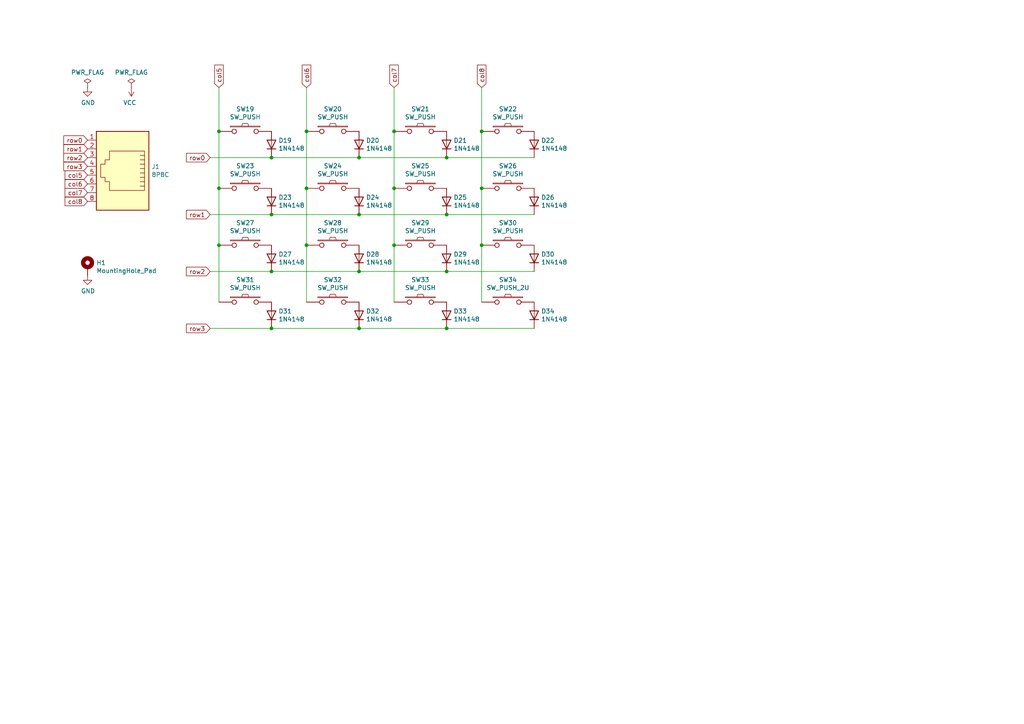
<source format=kicad_sch>
(kicad_sch (version 20211123) (generator eeschema)
  (paper "A4")
  (title_block (title "REVIUNG34-SPLIT-RIGHT") (date "2019-08-28") (rev "1.0"))
  (lib_symbols
    (symbol "Diode:1N4148" (pin_numbers hide) (pin_names hide)
      (property "Reference" "D" (at 0 2.54 0))
      (property "Value" "1N4148" (at 0 -2.54 0))
      (symbol "1N4148_0_1"
        (polyline (pts (xy -1.27 1.27) (xy -1.27 -1.27)) (stroke (width 0.254)))
        (polyline (pts (xy 1.27 0) (xy -1.27 0)))
        (polyline (pts (xy 1.27 1.27) (xy 1.27 -1.27) (xy -1.27 0) (xy 1.27 1.27)) (stroke (width 0.254)))
      )
      (symbol "1N4148_1_1"
        (pin passive line (at -3.81 0 0) (length 2.54) (name "K") (number "1"))
        (pin passive line (at 3.81 0 180) (length 2.54) (name "A") (number "2"))
      )
    )
    (symbol "Mechanical:MountingHole_Pad" (pin_numbers hide) (pin_names (offset 1.016) hide)
      (property "Reference" "H" (at 0 6.35 0))
      (property "Value" "MountingHole_Pad" (at 0 4.445 0))
      (symbol "MountingHole_Pad_0_1"
        (circle (center 0 1.27) (radius 1.27) (stroke (width 1.27)))
      )
      (symbol "MountingHole_Pad_1_1"
        (pin input line (at 0 -2.54 90) (length 2.54) (name "1") (number "1"))
      )
    )
    (symbol "REVIUNG34SPLIT-RIGHT-cache:_reviung-kbd_8P8C" (pin_names (offset 1.016))
      (property "Reference" "J" (at -5.08 13.97 0))
      (property "Value" "_reviung-kbd_8P8C" (at 2.54 13.97 0))
      (symbol "_reviung-kbd_8P8C_0_1"
        (polyline (pts (xy -5.08 4.445) (xy -6.35 4.445)))
        (polyline (pts (xy -5.08 5.715) (xy -6.35 5.715)))
        (polyline (pts (xy -6.35 -3.175) (xy -5.08 -3.175) (xy -5.08 -3.175)))
        (polyline (pts (xy -6.35 -1.905) (xy -5.08 -1.905) (xy -5.08 -1.905)))
        (polyline (pts (xy -6.35 -0.635) (xy -5.08 -0.635) (xy -5.08 -0.635)))
        (polyline (pts (xy -6.35 0.635) (xy -5.08 0.635) (xy -5.08 0.635)))
        (polyline (pts (xy -6.35 1.905) (xy -5.08 1.905) (xy -5.08 1.905)))
        (polyline (pts (xy -5.08 3.175) (xy -6.35 3.175) (xy -6.35 3.175)))
        (polyline (pts (xy -6.35 -4.445) (xy -6.35 6.985) (xy 3.81 6.985) (xy 3.81 4.445) (xy 5.08 4.445) (xy 5.08 3.175) (xy 6.35 3.175) (xy 6.35 -0.635) (xy 5.08 -0.635) (xy 5.08 -1.905) (xy 3.81 -1.905) (xy 3.81 -4.445) (xy -6.35 -4.445) (xy -6.35 -4.445)))
        (rectangle (start 7.62 12.7) (end -7.62 -10.16) (stroke (width 0.254)) (fill (type background)))
      )
      (symbol "_reviung-kbd_8P8C_1_1"
        (pin passive line (at 10.16 -7.62 180) (length 2.54) (name "~") (number "1"))
        (pin passive line (at 10.16 -5.08 180) (length 2.54) (name "~") (number "2"))
        (pin passive line (at 10.16 -2.54 180) (length 2.54) (name "~") (number "3"))
        (pin passive line (at 10.16 0 180) (length 2.54) (name "~") (number "4"))
        (pin passive line (at 10.16 2.54 180) (length 2.54) (name "~") (number "5"))
        (pin passive line (at 10.16 5.08 180) (length 2.54) (name "~") (number "6"))
        (pin passive line (at 10.16 7.62 180) (length 2.54) (name "~") (number "7"))
        (pin passive line (at 10.16 10.16 180) (length 2.54) (name "~") (number "8"))
      )
    )
    (symbol "REVIUNG34SPLIT-RIGHT-cache:_reviung-kbd_SW_PUSH" (pin_numbers hide) (pin_names (offset 1.016) hide)
      (property "Reference" "SW" (at 3.81 2.794 0))
      (property "Value" "_reviung-kbd_SW_PUSH" (at 0 -2.032 0))
      (symbol "_reviung-kbd_SW_PUSH_0_1"
        (rectangle (start -4.318 1.27) (end 4.318 1.524))
        (polyline (pts (xy -1.016 1.524) (xy -0.762 2.286) (xy 0.762 2.286) (xy 1.016 1.524)))
        (pin passive inverted (at -7.62 0 0) (length 5.08) (name "1") (number "1"))
        (pin passive inverted (at 7.62 0 180) (length 5.08) (name "2") (number "2"))
      )
    )
    (symbol "power:GND" (power) (pin_names (offset 0))
      (property "Value" "GND" (at 0 -3.81 0))
      (symbol "GND_0_1"
        (polyline (pts (xy 0 0) (xy 0 -1.27) (xy 1.27 -1.27) (xy 0 -2.54) (xy -1.27 -1.27) (xy 0 -1.27)))
      )
      (symbol "GND_1_1"
        (pin power_in line (at 0 0 270) (length 0) hide (name "GND") (number "1"))
      )
    )
    (symbol "power:PWR_FLAG" (power) (pin_numbers hide) (pin_names (offset 0) hide)
      (property "Value" "PWR_FLAG" (at 0 3.81 0))
      (symbol "PWR_FLAG_0_0"
        (pin power_out line (at 0 0 90) (length 0) (name "pwr") (number "1"))
      )
      (symbol "PWR_FLAG_0_1"
        (polyline (pts (xy 0 0) (xy 0 1.27) (xy -1.016 1.905) (xy 0 2.54) (xy 1.016 1.905) (xy 0 1.27)))
      )
    )
    (symbol "power:VCC" (power) (pin_names (offset 0))
      (property "Value" "VCC" (at 0 3.81 0))
      (symbol "VCC_0_1"
        (polyline (pts (xy -0.762 1.27) (xy 0 2.54)))
        (polyline (pts (xy 0 0) (xy 0 2.54)))
        (polyline (pts (xy 0 2.54) (xy 0.762 1.27)))
      )
      (symbol "VCC_1_1"
        (pin power_in line (at 0 0 90) (length 0) hide (name "VCC") (number "1"))
      )
    )
  )
  (junction (at 78.74 45.72))
  (junction (at 104.14 95.25))
  (junction (at 129.54 62.23))
  (junction (at 139.7 54.61))
  (junction (at 114.3 38.1))
  (junction (at 114.3 71.12))
  (junction (at 63.5 54.61))
  (junction (at 78.74 78.74))
  (junction (at 104.14 62.23))
  (junction (at 88.9 38.1))
  (junction (at 129.54 78.74))
  (junction (at 63.5 38.1))
  (junction (at 104.14 78.74))
  (junction (at 104.14 45.72))
  (junction (at 114.3 54.61))
  (junction (at 78.74 62.23))
  (junction (at 139.7 38.1))
  (junction (at 129.54 45.72))
  (junction (at 88.9 71.12))
  (junction (at 63.5 71.12))
  (junction (at 88.9 54.61))
  (junction (at 129.54 95.25))
  (junction (at 139.7 71.12))
  (junction (at 78.74 95.25))
  (wire (pts (xy 60.96 78.74) (xy 78.74 78.74)))
  (wire (pts (xy 129.54 45.72) (xy 154.94 45.72)))
  (wire (pts (xy 63.5 71.12) (xy 63.5 87.63)))
  (wire (pts (xy 63.5 25.4) (xy 63.5 38.1)))
  (wire (pts (xy 139.7 54.61) (xy 139.7 71.12)))
  (wire (pts (xy 114.3 25.4) (xy 114.3 38.1)))
  (wire (pts (xy 129.54 62.23) (xy 154.94 62.23)))
  (wire (pts (xy 78.74 45.72) (xy 104.14 45.72)))
  (wire (pts (xy 139.7 38.1) (xy 139.7 54.61)))
  (wire (pts (xy 114.3 71.12) (xy 114.3 87.63)))
  (wire (pts (xy 114.3 54.61) (xy 114.3 71.12)))
  (wire (pts (xy 78.74 78.74) (xy 104.14 78.74)))
  (wire (pts (xy 88.9 54.61) (xy 88.9 71.12)))
  (wire (pts (xy 104.14 62.23) (xy 129.54 62.23)))
  (wire (pts (xy 60.96 45.72) (xy 78.74 45.72)))
  (wire (pts (xy 88.9 38.1) (xy 88.9 54.61)))
  (wire (pts (xy 88.9 25.4) (xy 88.9 38.1)))
  (wire (pts (xy 60.96 95.25) (xy 78.74 95.25)))
  (wire (pts (xy 114.3 38.1) (xy 114.3 54.61)))
  (wire (pts (xy 63.5 54.61) (xy 63.5 71.12)))
  (wire (pts (xy 139.7 71.12) (xy 139.7 87.63)))
  (wire (pts (xy 104.14 78.74) (xy 129.54 78.74)))
  (wire (pts (xy 129.54 95.25) (xy 154.94 95.25)))
  (wire (pts (xy 60.96 62.23) (xy 78.74 62.23)))
  (wire (pts (xy 78.74 62.23) (xy 104.14 62.23)))
  (wire (pts (xy 104.14 95.25) (xy 129.54 95.25)))
  (wire (pts (xy 88.9 71.12) (xy 88.9 87.63)))
  (wire (pts (xy 78.74 95.25) (xy 104.14 95.25)))
  (wire (pts (xy 129.54 78.74) (xy 154.94 78.74)))
  (wire (pts (xy 139.7 25.4) (xy 139.7 38.1)))
  (wire (pts (xy 63.5 38.1) (xy 63.5 54.61)))
  (wire (pts (xy 104.14 45.72) (xy 129.54 45.72)))
  (global_label "col5" (shape input) (at 25.4 50.8 180) (property "Обозначения листов" "${INTERSHEET_REFS}" (effects hide)))
  (global_label "col6" (shape input) (at 88.9 25.4 90) (property "Обозначения листов" "${INTERSHEET_REFS}" (effects hide)))
  (global_label "col6" (shape input) (at 25.4 53.34 180) (property "Обозначения листов" "${INTERSHEET_REFS}" (effects hide)))
  (global_label "col8" (shape input) (at 139.7 25.4 90) (property "Обозначения листов" "${INTERSHEET_REFS}" (effects hide)))
  (global_label "col7" (shape input) (at 114.3 25.4 90) (property "Обозначения листов" "${INTERSHEET_REFS}" (effects hide)))
  (global_label "row3" (shape input) (at 25.4 48.26 180) (property "Обозначения листов" "${INTERSHEET_REFS}" (effects hide)))
  (global_label "row2" (shape input) (at 60.96 78.74 180) (property "Обозначения листов" "${INTERSHEET_REFS}" (effects hide)))
  (global_label "col8" (shape input) (at 25.4 58.42 180) (property "Обозначения листов" "${INTERSHEET_REFS}" (effects hide)))
  (global_label "col5" (shape input) (at 63.5 25.4 90) (property "Обозначения листов" "${INTERSHEET_REFS}" (effects hide)))
  (global_label "row3" (shape input) (at 60.96 95.25 180) (property "Обозначения листов" "${INTERSHEET_REFS}" (effects hide)))
  (global_label "row1" (shape input) (at 25.4 43.18 180) (property "Обозначения листов" "${INTERSHEET_REFS}" (effects hide)))
  (global_label "row0" (shape input) (at 60.96 45.72 180) (property "Обозначения листов" "${INTERSHEET_REFS}" (effects hide)))
  (global_label "row2" (shape input) (at 25.4 45.72 180) (property "Обозначения листов" "${INTERSHEET_REFS}" (effects hide)))
  (global_label "row1" (shape input) (at 60.96 62.23 180) (property "Обозначения листов" "${INTERSHEET_REFS}" (effects hide)))
  (global_label "row0" (shape input) (at 25.4 40.64 180) (property "Обозначения листов" "${INTERSHEET_REFS}" (effects hide)))
  (global_label "col7" (shape input) (at 25.4 55.88 180) (property "Обозначения листов" "${INTERSHEET_REFS}" (effects hide)))
  (symbol (lib_id "Mechanical:MountingHole_Pad") (at 25.4 77.47 0) (unit 1)
    (property "Reference" "H1" (at 27.94 76.2254 0) (effects (justify left)))
    (property "Value" "MountingHole_Pad" (at 27.94 78.5368 0) (effects (justify left)))
    (property "Footprint" "MountingHole:MountingHole_2.7mm_Pad_Via" (effects hide))
    (property "Footprint" "MountingHole:MountingHole_2.7mm_Pad_Via" (effects hide))
    (property "Reference" "H1" (effects hide))
    (property "Value" "MountingHole_Pad" (effects hide))
  )
  (symbol (lib_id "power:GND") (at 25.4 80.01 0) (unit 1)
    (property "Reference" "#PWR03" (effects hide))
    (property "Value" "GND" (at 25.527 84.4042 0))
  )
  (symbol (lib_id "power:PWR_FLAG") (at 25.4 25.4 0) (unit 1)
    (property "Reference" "#FLG01" (effects hide))
    (property "Value" "PWR_FLAG" (at 25.4 21.0058 0))
  )
  (symbol (lib_id "power:PWR_FLAG") (at 38.1 25.4 0) (unit 1)
    (property "Reference" "#FLG02" (effects hide))
    (property "Value" "PWR_FLAG" (at 38.1 21.0058 0))
  )
  (symbol (lib_id "power:GND") (at 25.4 25.4 0) (unit 1)
    (property "Reference" "#PWR01" (effects hide))
    (property "Value" "GND" (at 25.527 29.7942 0))
  )
  (symbol (lib_id "power:VCC") (at 38.1 25.4 180) (unit 1)
    (property "Reference" "#PWR02" (effects hide))
    (property "Value" "VCC" (at 37.6428 29.7942 0))
  )
  (symbol (lib_id "REVIUNG34SPLIT-RIGHT-cache:_reviung-kbd_8P8C") (at 35.56 48.26 180) (unit 1)
    (property "Reference" "J1" (at 43.942 48.3616 0) (effects (justify right)))
    (property "Value" "8P8C" (at 43.942 50.673 0) (effects (justify right)))
    (property "Footprint" "REVIUNG-footprints:SEPOR-RJ45-SOCKET" (effects hide))
    (property "Footprint" "REVIUNG-footprints:SEPOR-RJ45-SOCKET" (effects hide))
    (property "Reference" "J1" (effects hide))
    (property "Value" "8P8C" (effects hide))
  )
  (symbol (lib_id "REVIUNG34SPLIT-RIGHT-cache:_reviung-kbd_SW_PUSH") (at 71.12 38.1 0) (unit 1)
    (property "Reference" "SW19" (at 71.12 31.623 0))
    (property "Value" "SW_PUSH" (at 71.12 33.9344 0))
    (property "Footprint" "REVIUNG-footprints:SEPOR-MX-KS27-HOTSWAP-1U" (effects hide))
  )
  (symbol (lib_id "REVIUNG34SPLIT-RIGHT-cache:_reviung-kbd_SW_PUSH") (at 96.52 38.1 0) (unit 1)
    (property "Reference" "SW20" (at 96.52 31.623 0))
    (property "Value" "SW_PUSH" (at 96.52 33.9344 0))
    (property "Footprint" "REVIUNG-footprints:SEPOR-MX-KS27-HOTSWAP-1U" (effects hide))
  )
  (symbol (lib_id "REVIUNG34SPLIT-RIGHT-cache:_reviung-kbd_SW_PUSH") (at 121.92 38.1 0) (unit 1)
    (property "Reference" "SW21" (at 121.92 31.623 0))
    (property "Value" "SW_PUSH" (at 121.92 33.9344 0))
    (property "Footprint" "REVIUNG-footprints:SEPOR-MX-KS27-HOTSWAP-1U" (effects hide))
  )
  (symbol (lib_id "REVIUNG34SPLIT-RIGHT-cache:_reviung-kbd_SW_PUSH") (at 147.32 38.1 0) (unit 1)
    (property "Reference" "SW22" (at 147.32 31.623 0))
    (property "Value" "SW_PUSH" (at 147.32 33.9344 0))
    (property "Footprint" "REVIUNG-footprints:SEPOR-MX-KS27-HOTSWAP-1U" (effects hide))
  )
  (symbol (lib_id "Diode:1N4148") (at 78.74 41.91 90) (unit 1)
    (property "Reference" "D19" (at 80.7466 40.7416 90) (effects (justify right)))
    (property "Value" "1N4148" (at 80.7466 43.053 90) (effects (justify right)))
    (property "Footprint" "REVIUNG-footprints:REVIUNG-DIODE-DUAL" (effects hide))
    (property "Footprint" "REVIUNG-footprints:REVIUNG-DIODE-DUAL" (effects hide))
    (property "Reference" "D19" (effects hide))
    (property "Value" "1N4148" (effects hide))
  )
  (symbol (lib_id "Diode:1N4148") (at 104.14 41.91 90) (unit 1)
    (property "Reference" "D20" (at 106.1466 40.7416 90) (effects (justify right)))
    (property "Value" "1N4148" (at 106.1466 43.053 90) (effects (justify right)))
    (property "Footprint" "REVIUNG-footprints:REVIUNG-DIODE-DUAL" (effects hide))
    (property "Footprint" "REVIUNG-footprints:REVIUNG-DIODE-DUAL" (effects hide))
    (property "Reference" "D20" (effects hide))
    (property "Value" "1N4148" (effects hide))
  )
  (symbol (lib_id "Diode:1N4148") (at 129.54 41.91 90) (unit 1)
    (property "Reference" "D21" (at 131.5466 40.7416 90) (effects (justify right)))
    (property "Value" "1N4148" (at 131.5466 43.053 90) (effects (justify right)))
    (property "Footprint" "REVIUNG-footprints:REVIUNG-DIODE-DUAL" (effects hide))
    (property "Footprint" "REVIUNG-footprints:REVIUNG-DIODE-DUAL" (effects hide))
    (property "Reference" "D21" (effects hide))
    (property "Value" "1N4148" (effects hide))
  )
  (symbol (lib_id "Diode:1N4148") (at 154.94 41.91 90) (unit 1)
    (property "Reference" "D22" (at 156.9466 40.7416 90) (effects (justify right)))
    (property "Value" "1N4148" (at 156.9466 43.053 90) (effects (justify right)))
    (property "Footprint" "REVIUNG-footprints:REVIUNG-DIODE-DUAL" (effects hide))
    (property "Footprint" "REVIUNG-footprints:REVIUNG-DIODE-DUAL" (effects hide))
    (property "Reference" "D22" (effects hide))
    (property "Value" "1N4148" (effects hide))
  )
  (symbol (lib_id "REVIUNG34SPLIT-RIGHT-cache:_reviung-kbd_SW_PUSH") (at 71.12 54.61 0) (unit 1)
    (property "Reference" "SW23" (at 71.12 48.133 0))
    (property "Value" "SW_PUSH" (at 71.12 50.4444 0))
    (property "Footprint" "REVIUNG-footprints:SEPOR-MX-KS27-HOTSWAP-1U" (effects hide))
  )
  (symbol (lib_id "REVIUNG34SPLIT-RIGHT-cache:_reviung-kbd_SW_PUSH") (at 96.52 54.61 0) (unit 1)
    (property "Reference" "SW24" (at 96.52 48.133 0))
    (property "Value" "SW_PUSH" (at 96.52 50.4444 0))
    (property "Footprint" "REVIUNG-footprints:SEPOR-MX-KS27-HOTSWAP-1U" (effects hide))
  )
  (symbol (lib_id "REVIUNG34SPLIT-RIGHT-cache:_reviung-kbd_SW_PUSH") (at 121.92 54.61 0) (unit 1)
    (property "Reference" "SW25" (at 121.92 48.133 0))
    (property "Value" "SW_PUSH" (at 121.92 50.4444 0))
    (property "Footprint" "REVIUNG-footprints:SEPOR-MX-KS27-HOTSWAP-1U" (effects hide))
  )
  (symbol (lib_id "REVIUNG34SPLIT-RIGHT-cache:_reviung-kbd_SW_PUSH") (at 147.32 54.61 0) (unit 1)
    (property "Reference" "SW26" (at 147.32 48.133 0))
    (property "Value" "SW_PUSH" (at 147.32 50.4444 0))
    (property "Footprint" "REVIUNG-footprints:SEPOR-MX-KS27-HOTSWAP-1U" (effects hide))
  )
  (symbol (lib_id "Diode:1N4148") (at 78.74 58.42 90) (unit 1)
    (property "Reference" "D23" (at 80.7466 57.2516 90) (effects (justify right)))
    (property "Value" "1N4148" (at 80.7466 59.563 90) (effects (justify right)))
    (property "Footprint" "REVIUNG-footprints:REVIUNG-DIODE-DUAL" (effects hide))
    (property "Footprint" "REVIUNG-footprints:REVIUNG-DIODE-DUAL" (effects hide))
    (property "Reference" "D23" (effects hide))
    (property "Value" "1N4148" (effects hide))
  )
  (symbol (lib_id "Diode:1N4148") (at 104.14 58.42 90) (unit 1)
    (property "Reference" "D24" (at 106.1466 57.2516 90) (effects (justify right)))
    (property "Value" "1N4148" (at 106.1466 59.563 90) (effects (justify right)))
    (property "Footprint" "REVIUNG-footprints:REVIUNG-DIODE-DUAL" (effects hide))
    (property "Footprint" "REVIUNG-footprints:REVIUNG-DIODE-DUAL" (effects hide))
    (property "Reference" "D24" (effects hide))
    (property "Value" "1N4148" (effects hide))
  )
  (symbol (lib_id "Diode:1N4148") (at 129.54 58.42 90) (unit 1)
    (property "Reference" "D25" (at 131.5466 57.2516 90) (effects (justify right)))
    (property "Value" "1N4148" (at 131.5466 59.563 90) (effects (justify right)))
    (property "Footprint" "REVIUNG-footprints:REVIUNG-DIODE-DUAL" (effects hide))
    (property "Footprint" "REVIUNG-footprints:REVIUNG-DIODE-DUAL" (effects hide))
    (property "Reference" "D25" (effects hide))
    (property "Value" "1N4148" (effects hide))
  )
  (symbol (lib_id "Diode:1N4148") (at 154.94 58.42 90) (unit 1)
    (property "Reference" "D26" (at 156.9466 57.2516 90) (effects (justify right)))
    (property "Value" "1N4148" (at 156.9466 59.563 90) (effects (justify right)))
    (property "Footprint" "REVIUNG-footprints:REVIUNG-DIODE-DUAL" (effects hide))
    (property "Footprint" "REVIUNG-footprints:REVIUNG-DIODE-DUAL" (effects hide))
    (property "Reference" "D26" (effects hide))
    (property "Value" "1N4148" (effects hide))
  )
  (symbol (lib_id "REVIUNG34SPLIT-RIGHT-cache:_reviung-kbd_SW_PUSH") (at 71.12 71.12 0) (unit 1)
    (property "Reference" "SW27" (at 71.12 64.643 0))
    (property "Value" "SW_PUSH" (at 71.12 66.9544 0))
    (property "Footprint" "REVIUNG-footprints:SEPOR-MX-KS27-HOTSWAP-1U" (effects hide))
  )
  (symbol (lib_id "REVIUNG34SPLIT-RIGHT-cache:_reviung-kbd_SW_PUSH") (at 96.52 71.12 0) (unit 1)
    (property "Reference" "SW28" (at 96.52 64.643 0))
    (property "Value" "SW_PUSH" (at 96.52 66.9544 0))
    (property "Footprint" "REVIUNG-footprints:SEPOR-MX-KS27-HOTSWAP-1U" (effects hide))
  )
  (symbol (lib_id "REVIUNG34SPLIT-RIGHT-cache:_reviung-kbd_SW_PUSH") (at 121.92 71.12 0) (unit 1)
    (property "Reference" "SW29" (at 121.92 64.643 0))
    (property "Value" "SW_PUSH" (at 121.92 66.9544 0))
    (property "Footprint" "REVIUNG-footprints:SEPOR-MX-KS27-HOTSWAP-1U" (effects hide))
  )
  (symbol (lib_id "REVIUNG34SPLIT-RIGHT-cache:_reviung-kbd_SW_PUSH") (at 147.32 71.12 0) (unit 1)
    (property "Reference" "SW30" (at 147.32 64.643 0))
    (property "Value" "SW_PUSH" (at 147.32 66.9544 0))
    (property "Footprint" "REVIUNG-footprints:SEPOR-MX-KS27-HOTSWAP-1U" (effects hide))
  )
  (symbol (lib_id "Diode:1N4148") (at 78.74 74.93 90) (unit 1)
    (property "Reference" "D27" (at 80.7466 73.7616 90) (effects (justify right)))
    (property "Value" "1N4148" (at 80.7466 76.073 90) (effects (justify right)))
    (property "Footprint" "REVIUNG-footprints:REVIUNG-DIODE-DUAL" (effects hide))
    (property "Footprint" "REVIUNG-footprints:REVIUNG-DIODE-DUAL" (effects hide))
    (property "Reference" "D27" (effects hide))
    (property "Value" "1N4148" (effects hide))
  )
  (symbol (lib_id "Diode:1N4148") (at 104.14 74.93 90) (unit 1)
    (property "Reference" "D28" (at 106.1466 73.7616 90) (effects (justify right)))
    (property "Value" "1N4148" (at 106.1466 76.073 90) (effects (justify right)))
    (property "Footprint" "REVIUNG-footprints:REVIUNG-DIODE-DUAL" (effects hide))
    (property "Footprint" "REVIUNG-footprints:REVIUNG-DIODE-DUAL" (effects hide))
    (property "Reference" "D28" (effects hide))
    (property "Value" "1N4148" (effects hide))
  )
  (symbol (lib_id "Diode:1N4148") (at 129.54 74.93 90) (unit 1)
    (property "Reference" "D29" (at 131.5466 73.7616 90) (effects (justify right)))
    (property "Value" "1N4148" (at 131.5466 76.073 90) (effects (justify right)))
    (property "Footprint" "REVIUNG-footprints:REVIUNG-DIODE-DUAL" (effects hide))
    (property "Footprint" "REVIUNG-footprints:REVIUNG-DIODE-DUAL" (effects hide))
    (property "Reference" "D29" (effects hide))
    (property "Value" "1N4148" (effects hide))
  )
  (symbol (lib_id "Diode:1N4148") (at 154.94 74.93 90) (unit 1)
    (property "Reference" "D30" (at 156.9466 73.7616 90) (effects (justify right)))
    (property "Value" "1N4148" (at 156.9466 76.073 90) (effects (justify right)))
    (property "Footprint" "REVIUNG-footprints:REVIUNG-DIODE-DUAL" (effects hide))
    (property "Footprint" "REVIUNG-footprints:REVIUNG-DIODE-DUAL" (effects hide))
    (property "Reference" "D30" (effects hide))
    (property "Value" "1N4148" (effects hide))
  )
  (symbol (lib_id "REVIUNG34SPLIT-RIGHT-cache:_reviung-kbd_SW_PUSH") (at 71.12 87.63 0) (unit 1)
    (property "Reference" "SW31" (at 71.12 81.153 0))
    (property "Value" "SW_PUSH" (at 71.12 83.4644 0))
    (property "Footprint" "REVIUNG-footprints:SEPOR-MX-KS27-HOTSWAP-1U" (effects hide))
  )
  (symbol (lib_id "REVIUNG34SPLIT-RIGHT-cache:_reviung-kbd_SW_PUSH") (at 96.52 87.63 0) (unit 1)
    (property "Reference" "SW32" (at 96.52 81.153 0))
    (property "Value" "SW_PUSH" (at 96.52 83.4644 0))
    (property "Footprint" "REVIUNG-footprints:SEPOR-MX-KS27-HOTSWAP-1U" (effects hide))
  )
  (symbol (lib_id "REVIUNG34SPLIT-RIGHT-cache:_reviung-kbd_SW_PUSH") (at 121.92 87.63 0) (unit 1)
    (property "Reference" "SW33" (at 121.92 81.153 0))
    (property "Value" "SW_PUSH" (at 121.92 83.4644 0))
    (property "Footprint" "REVIUNG-footprints:SEPOR-MX-KS27-HOTSWAP-1U" (effects hide))
  )
  (symbol (lib_id "REVIUNG34SPLIT-RIGHT-cache:_reviung-kbd_SW_PUSH") (at 147.32 87.63 0) (unit 1)
    (property "Reference" "SW34" (at 147.32 81.153 0))
    (property "Value" "SW_PUSH_2U" (at 147.32 83.4644 0))
    (property "Footprint" "REVIUNG-footprints:SEPOR-MX-KS27-HOTSWAP-2U" (effects hide))
  )
  (symbol (lib_id "Diode:1N4148") (at 78.74 91.44 90) (unit 1)
    (property "Reference" "D31" (at 80.7466 90.2716 90) (effects (justify right)))
    (property "Value" "1N4148" (at 80.7466 92.583 90) (effects (justify right)))
    (property "Footprint" "REVIUNG-footprints:REVIUNG-DIODE-DUAL" (effects hide))
    (property "Footprint" "REVIUNG-footprints:REVIUNG-DIODE-DUAL" (effects hide))
    (property "Reference" "D31" (effects hide))
    (property "Value" "1N4148" (effects hide))
  )
  (symbol (lib_id "Diode:1N4148") (at 104.14 91.44 90) (unit 1)
    (property "Reference" "D32" (at 106.1466 90.2716 90) (effects (justify right)))
    (property "Value" "1N4148" (at 106.1466 92.583 90) (effects (justify right)))
    (property "Footprint" "REVIUNG-footprints:REVIUNG-DIODE-DUAL" (effects hide))
    (property "Footprint" "REVIUNG-footprints:REVIUNG-DIODE-DUAL" (effects hide))
    (property "Reference" "D32" (effects hide))
    (property "Value" "1N4148" (effects hide))
  )
  (symbol (lib_id "Diode:1N4148") (at 129.54 91.44 90) (unit 1)
    (property "Reference" "D33" (at 131.5466 90.2716 90) (effects (justify right)))
    (property "Value" "1N4148" (at 131.5466 92.583 90) (effects (justify right)))
    (property "Footprint" "REVIUNG-footprints:REVIUNG-DIODE-DUAL" (effects hide))
    (property "Footprint" "REVIUNG-footprints:REVIUNG-DIODE-DUAL" (effects hide))
    (property "Reference" "D33" (effects hide))
    (property "Value" "1N4148" (effects hide))
  )
  (symbol (lib_id "Diode:1N4148") (at 154.94 91.44 90) (unit 1)
    (property "Reference" "D34" (at 156.9466 90.2716 90) (effects (justify right)))
    (property "Value" "1N4148" (at 156.9466 92.583 90) (effects (justify right)))
    (property "Footprint" "REVIUNG-footprints:REVIUNG-DIODE-DUAL" (effects hide))
    (property "Footprint" "REVIUNG-footprints:REVIUNG-DIODE-DUAL" (effects hide))
    (property "Reference" "D34" (effects hide))
    (property "Value" "1N4148" (effects hide))
  )
)
</source>
